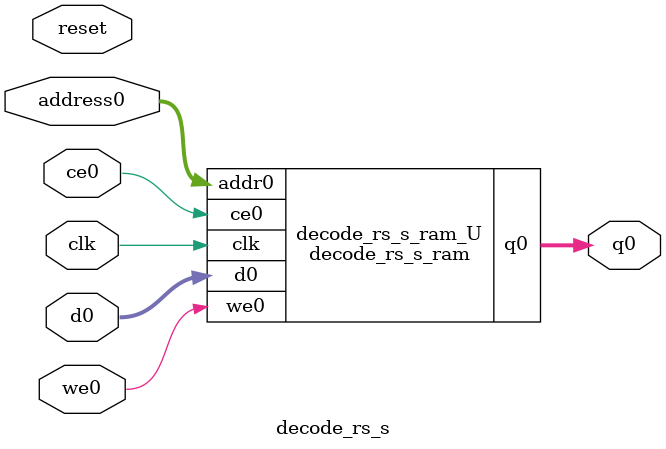
<source format=v>
`timescale 1 ns / 1 ps
module decode_rs_s_ram (addr0, ce0, d0, we0, q0,  clk);

parameter DWIDTH = 9;
parameter AWIDTH = 5;
parameter MEM_SIZE = 21;

input[AWIDTH-1:0] addr0;
input ce0;
input[DWIDTH-1:0] d0;
input we0;
output reg[DWIDTH-1:0] q0;
input clk;

reg [DWIDTH-1:0] ram[0:MEM_SIZE-1];




always @(posedge clk)  
begin 
    if (ce0) begin
        if (we0) 
            ram[addr0] <= d0; 
        q0 <= ram[addr0];
    end
end


endmodule

`timescale 1 ns / 1 ps
module decode_rs_s(
    reset,
    clk,
    address0,
    ce0,
    we0,
    d0,
    q0);

parameter DataWidth = 32'd9;
parameter AddressRange = 32'd21;
parameter AddressWidth = 32'd5;
input reset;
input clk;
input[AddressWidth - 1:0] address0;
input ce0;
input we0;
input[DataWidth - 1:0] d0;
output[DataWidth - 1:0] q0;



decode_rs_s_ram decode_rs_s_ram_U(
    .clk( clk ),
    .addr0( address0 ),
    .ce0( ce0 ),
    .we0( we0 ),
    .d0( d0 ),
    .q0( q0 ));

endmodule


</source>
